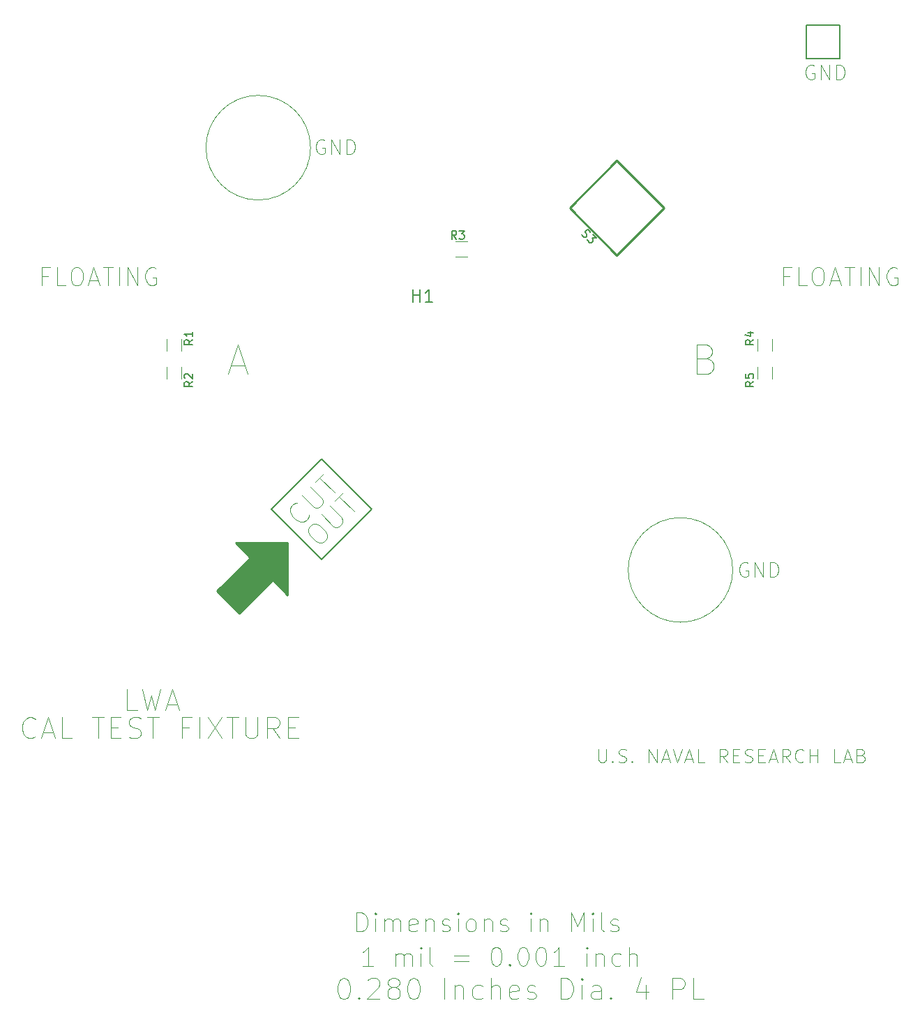
<source format=gbr>
G04 #@! TF.GenerationSoftware,KiCad,Pcbnew,6.0.4-6f826c9f35~116~ubuntu20.04.1*
G04 #@! TF.CreationDate,2022-04-29T13:31:38-04:00*
G04 #@! TF.ProjectId,LWA Cal Test 2022,4c574120-4361-46c2-9054-657374203230,1.3*
G04 #@! TF.SameCoordinates,Original*
G04 #@! TF.FileFunction,Legend,Top*
G04 #@! TF.FilePolarity,Positive*
%FSLAX46Y46*%
G04 Gerber Fmt 4.6, Leading zero omitted, Abs format (unit mm)*
G04 Created by KiCad (PCBNEW 6.0.4-6f826c9f35~116~ubuntu20.04.1) date 2022-04-29 13:31:38*
%MOMM*%
%LPD*%
G01*
G04 APERTURE LIST*
%ADD10C,0.150000*%
%ADD11C,0.254000*%
%ADD12C,0.100000*%
%ADD13C,0.120000*%
G04 APERTURE END LIST*
D10*
X64236600Y-124129800D02*
X70332600Y-118033800D01*
D11*
X105797960Y-81457800D02*
X100050600Y-87205160D01*
X60045600Y-128383980D02*
X60045600Y-122097800D01*
X55555470Y-123893850D02*
X51514360Y-127934970D01*
D10*
X58140600Y-118033800D02*
X64236600Y-111937800D01*
X70332600Y-118033800D02*
X64236600Y-111937800D01*
D12*
G36*
X59029600Y-125907800D02*
G01*
X58249550Y-126587930D01*
X55555470Y-123893850D01*
X56235600Y-123113800D01*
X59029600Y-125907800D01*
G37*
X59029600Y-125907800D02*
X58249550Y-126587930D01*
X55555470Y-123893850D01*
X56235600Y-123113800D01*
X59029600Y-125907800D01*
D10*
X58140600Y-118033800D02*
X64236600Y-124129800D01*
D11*
X60045600Y-128383980D02*
X58249550Y-126587930D01*
X105797960Y-81457800D02*
X100050600Y-75710440D01*
D12*
G36*
X60045600Y-128383980D02*
G01*
X58249550Y-126587930D01*
X59029600Y-125907800D01*
X56235600Y-123113800D01*
X55555470Y-123893850D01*
X53759420Y-122097800D01*
X60045600Y-122097800D01*
X60045600Y-128383980D01*
G37*
X60045600Y-128383980D02*
X58249550Y-126587930D01*
X59029600Y-125907800D01*
X56235600Y-123113800D01*
X55555470Y-123893850D01*
X53759420Y-122097800D01*
X60045600Y-122097800D01*
X60045600Y-128383980D01*
D11*
X100050600Y-87205160D02*
X94303240Y-81457800D01*
X100050600Y-75710440D02*
X94303240Y-81457800D01*
X58249550Y-126587930D02*
X54208430Y-130629040D01*
X55555470Y-123893850D02*
X53759420Y-122097800D01*
X54208430Y-130629040D02*
X51514360Y-127934970D01*
D12*
G36*
X58249550Y-126587930D02*
G01*
X54208430Y-130629040D01*
X51514360Y-127934970D01*
X55555470Y-123893850D01*
X58249550Y-126587930D01*
G37*
X58249550Y-126587930D02*
X54208430Y-130629040D01*
X51514360Y-127934970D01*
X55555470Y-123893850D01*
X58249550Y-126587930D01*
D11*
X60045600Y-122097800D02*
X53759420Y-122097800D01*
D12*
X53167933Y-100592466D02*
X54861266Y-100592466D01*
X52829266Y-101608466D02*
X54014600Y-98052466D01*
X55199933Y-101608466D01*
X123949266Y-64185800D02*
X123779933Y-64101133D01*
X123525933Y-64101133D01*
X123271933Y-64185800D01*
X123102600Y-64355133D01*
X123017933Y-64524466D01*
X122933266Y-64863133D01*
X122933266Y-65117133D01*
X123017933Y-65455800D01*
X123102600Y-65625133D01*
X123271933Y-65794466D01*
X123525933Y-65879133D01*
X123695266Y-65879133D01*
X123949266Y-65794466D01*
X124033933Y-65709800D01*
X124033933Y-65117133D01*
X123695266Y-65117133D01*
X124795933Y-65879133D02*
X124795933Y-64101133D01*
X125811933Y-65879133D01*
X125811933Y-64101133D01*
X126658600Y-65879133D02*
X126658600Y-64101133D01*
X127081933Y-64101133D01*
X127335933Y-64185800D01*
X127505266Y-64355133D01*
X127589933Y-64524466D01*
X127674600Y-64863133D01*
X127674600Y-65117133D01*
X127589933Y-65455800D01*
X127505266Y-65625133D01*
X127335933Y-65794466D01*
X127081933Y-65879133D01*
X126658600Y-65879133D01*
X64513266Y-73231172D02*
X64343933Y-73146505D01*
X64089933Y-73146505D01*
X63835933Y-73231172D01*
X63666600Y-73400505D01*
X63581933Y-73569838D01*
X63497266Y-73908505D01*
X63497266Y-74162505D01*
X63581933Y-74501172D01*
X63666600Y-74670505D01*
X63835933Y-74839838D01*
X64089933Y-74924505D01*
X64259266Y-74924505D01*
X64513266Y-74839838D01*
X64597933Y-74755172D01*
X64597933Y-74162505D01*
X64259266Y-74162505D01*
X65359933Y-74924505D02*
X65359933Y-73146505D01*
X66375933Y-74924505D01*
X66375933Y-73146505D01*
X67222600Y-74924505D02*
X67222600Y-73146505D01*
X67645933Y-73146505D01*
X67899933Y-73231172D01*
X68069266Y-73400505D01*
X68153933Y-73569838D01*
X68238600Y-73908505D01*
X68238600Y-74162505D01*
X68153933Y-74501172D01*
X68069266Y-74670505D01*
X67899933Y-74839838D01*
X67645933Y-74924505D01*
X67222600Y-74924505D01*
X110910600Y-99745800D02*
X111418600Y-99915133D01*
X111587933Y-100084466D01*
X111757266Y-100423133D01*
X111757266Y-100931133D01*
X111587933Y-101269800D01*
X111418600Y-101439133D01*
X111079933Y-101608466D01*
X109725266Y-101608466D01*
X109725266Y-98052466D01*
X110910600Y-98052466D01*
X111249266Y-98221800D01*
X111418600Y-98391133D01*
X111587933Y-98729800D01*
X111587933Y-99068466D01*
X111418600Y-99407133D01*
X111249266Y-99576466D01*
X110910600Y-99745800D01*
X109725266Y-99745800D01*
X29454257Y-145560142D02*
X29333305Y-145681095D01*
X28970448Y-145802047D01*
X28728543Y-145802047D01*
X28365686Y-145681095D01*
X28123781Y-145439190D01*
X28002829Y-145197285D01*
X27881876Y-144713476D01*
X27881876Y-144350619D01*
X28002829Y-143866809D01*
X28123781Y-143624904D01*
X28365686Y-143383000D01*
X28728543Y-143262047D01*
X28970448Y-143262047D01*
X29333305Y-143383000D01*
X29454257Y-143503952D01*
X30421876Y-145076333D02*
X31631400Y-145076333D01*
X30179972Y-145802047D02*
X31026638Y-143262047D01*
X31873305Y-145802047D01*
X33929496Y-145802047D02*
X32719972Y-145802047D01*
X32719972Y-143262047D01*
X36348543Y-143262047D02*
X37799972Y-143262047D01*
X37074257Y-145802047D02*
X37074257Y-143262047D01*
X38646638Y-144471571D02*
X39493305Y-144471571D01*
X39856162Y-145802047D02*
X38646638Y-145802047D01*
X38646638Y-143262047D01*
X39856162Y-143262047D01*
X40823781Y-145681095D02*
X41186638Y-145802047D01*
X41791400Y-145802047D01*
X42033305Y-145681095D01*
X42154257Y-145560142D01*
X42275210Y-145318238D01*
X42275210Y-145076333D01*
X42154257Y-144834428D01*
X42033305Y-144713476D01*
X41791400Y-144592523D01*
X41307591Y-144471571D01*
X41065686Y-144350619D01*
X40944734Y-144229666D01*
X40823781Y-143987761D01*
X40823781Y-143745857D01*
X40944734Y-143503952D01*
X41065686Y-143383000D01*
X41307591Y-143262047D01*
X41912353Y-143262047D01*
X42275210Y-143383000D01*
X43000924Y-143262047D02*
X44452353Y-143262047D01*
X43726638Y-145802047D02*
X43726638Y-143262047D01*
X48080924Y-144471571D02*
X47234257Y-144471571D01*
X47234257Y-145802047D02*
X47234257Y-143262047D01*
X48443781Y-143262047D01*
X49411400Y-145802047D02*
X49411400Y-143262047D01*
X50379019Y-143262047D02*
X52072353Y-145802047D01*
X52072353Y-143262047D02*
X50379019Y-145802047D01*
X52677115Y-143262047D02*
X54128543Y-143262047D01*
X53402829Y-145802047D02*
X53402829Y-143262047D01*
X54975210Y-143262047D02*
X54975210Y-145318238D01*
X55096162Y-145560142D01*
X55217115Y-145681095D01*
X55459019Y-145802047D01*
X55942829Y-145802047D01*
X56184734Y-145681095D01*
X56305686Y-145560142D01*
X56426638Y-145318238D01*
X56426638Y-143262047D01*
X59087591Y-145802047D02*
X58240924Y-144592523D01*
X57636162Y-145802047D02*
X57636162Y-143262047D01*
X58603781Y-143262047D01*
X58845686Y-143383000D01*
X58966638Y-143503952D01*
X59087591Y-143745857D01*
X59087591Y-144108714D01*
X58966638Y-144350619D01*
X58845686Y-144471571D01*
X58603781Y-144592523D01*
X57636162Y-144592523D01*
X60176162Y-144471571D02*
X61022829Y-144471571D01*
X61385686Y-145802047D02*
X60176162Y-145802047D01*
X60176162Y-143262047D01*
X61385686Y-143262047D01*
X115948266Y-124482428D02*
X115778933Y-124397761D01*
X115524933Y-124397761D01*
X115270933Y-124482428D01*
X115101600Y-124651761D01*
X115016933Y-124821094D01*
X114932266Y-125159761D01*
X114932266Y-125413761D01*
X115016933Y-125752428D01*
X115101600Y-125921761D01*
X115270933Y-126091094D01*
X115524933Y-126175761D01*
X115694266Y-126175761D01*
X115948266Y-126091094D01*
X116032933Y-126006428D01*
X116032933Y-125413761D01*
X115694266Y-125413761D01*
X116794933Y-126175761D02*
X116794933Y-124397761D01*
X117810933Y-126175761D01*
X117810933Y-124397761D01*
X118657600Y-126175761D02*
X118657600Y-124397761D01*
X119080933Y-124397761D01*
X119334933Y-124482428D01*
X119504266Y-124651761D01*
X119588933Y-124821094D01*
X119673600Y-125159761D01*
X119673600Y-125413761D01*
X119588933Y-125752428D01*
X119504266Y-125921761D01*
X119334933Y-126091094D01*
X119080933Y-126175761D01*
X118657600Y-126175761D01*
X62694955Y-118699338D02*
X62694955Y-118870391D01*
X62523902Y-119212496D01*
X62352850Y-119383548D01*
X62010745Y-119554601D01*
X61668640Y-119554601D01*
X61412061Y-119469074D01*
X60984430Y-119212496D01*
X60727851Y-118955917D01*
X60471272Y-118528286D01*
X60385746Y-118271707D01*
X60385746Y-117929602D01*
X60556798Y-117587497D01*
X60727851Y-117416444D01*
X61069956Y-117245392D01*
X61241008Y-117245392D01*
X61839692Y-116304603D02*
X63293638Y-117758549D01*
X63550217Y-117844076D01*
X63721270Y-117844076D01*
X63977848Y-117758549D01*
X64319953Y-117416444D01*
X64405480Y-117159866D01*
X64405480Y-116988813D01*
X64319953Y-116732234D01*
X62866007Y-115278288D01*
X63464691Y-114679605D02*
X64491006Y-113653290D01*
X65773899Y-115962498D02*
X63977848Y-114166447D01*
X68478085Y-169258342D02*
X68478085Y-166972342D01*
X69022371Y-166972342D01*
X69348942Y-167081200D01*
X69566657Y-167298914D01*
X69675514Y-167516628D01*
X69784371Y-167952057D01*
X69784371Y-168278628D01*
X69675514Y-168714057D01*
X69566657Y-168931771D01*
X69348942Y-169149485D01*
X69022371Y-169258342D01*
X68478085Y-169258342D01*
X70764085Y-169258342D02*
X70764085Y-167734342D01*
X70764085Y-166972342D02*
X70655228Y-167081200D01*
X70764085Y-167190057D01*
X70872942Y-167081200D01*
X70764085Y-166972342D01*
X70764085Y-167190057D01*
X71852657Y-169258342D02*
X71852657Y-167734342D01*
X71852657Y-167952057D02*
X71961514Y-167843200D01*
X72179228Y-167734342D01*
X72505800Y-167734342D01*
X72723514Y-167843200D01*
X72832371Y-168060914D01*
X72832371Y-169258342D01*
X72832371Y-168060914D02*
X72941228Y-167843200D01*
X73158942Y-167734342D01*
X73485514Y-167734342D01*
X73703228Y-167843200D01*
X73812085Y-168060914D01*
X73812085Y-169258342D01*
X75771514Y-169149485D02*
X75553800Y-169258342D01*
X75118371Y-169258342D01*
X74900657Y-169149485D01*
X74791800Y-168931771D01*
X74791800Y-168060914D01*
X74900657Y-167843200D01*
X75118371Y-167734342D01*
X75553800Y-167734342D01*
X75771514Y-167843200D01*
X75880371Y-168060914D01*
X75880371Y-168278628D01*
X74791800Y-168496342D01*
X76860085Y-167734342D02*
X76860085Y-169258342D01*
X76860085Y-167952057D02*
X76968942Y-167843200D01*
X77186657Y-167734342D01*
X77513228Y-167734342D01*
X77730942Y-167843200D01*
X77839800Y-168060914D01*
X77839800Y-169258342D01*
X78819514Y-169149485D02*
X79037228Y-169258342D01*
X79472657Y-169258342D01*
X79690371Y-169149485D01*
X79799228Y-168931771D01*
X79799228Y-168822914D01*
X79690371Y-168605200D01*
X79472657Y-168496342D01*
X79146085Y-168496342D01*
X78928371Y-168387485D01*
X78819514Y-168169771D01*
X78819514Y-168060914D01*
X78928371Y-167843200D01*
X79146085Y-167734342D01*
X79472657Y-167734342D01*
X79690371Y-167843200D01*
X80778942Y-169258342D02*
X80778942Y-167734342D01*
X80778942Y-166972342D02*
X80670085Y-167081200D01*
X80778942Y-167190057D01*
X80887800Y-167081200D01*
X80778942Y-166972342D01*
X80778942Y-167190057D01*
X82194085Y-169258342D02*
X81976371Y-169149485D01*
X81867514Y-169040628D01*
X81758657Y-168822914D01*
X81758657Y-168169771D01*
X81867514Y-167952057D01*
X81976371Y-167843200D01*
X82194085Y-167734342D01*
X82520657Y-167734342D01*
X82738371Y-167843200D01*
X82847228Y-167952057D01*
X82956085Y-168169771D01*
X82956085Y-168822914D01*
X82847228Y-169040628D01*
X82738371Y-169149485D01*
X82520657Y-169258342D01*
X82194085Y-169258342D01*
X83935800Y-167734342D02*
X83935800Y-169258342D01*
X83935800Y-167952057D02*
X84044657Y-167843200D01*
X84262371Y-167734342D01*
X84588942Y-167734342D01*
X84806657Y-167843200D01*
X84915514Y-168060914D01*
X84915514Y-169258342D01*
X85895228Y-169149485D02*
X86112942Y-169258342D01*
X86548371Y-169258342D01*
X86766085Y-169149485D01*
X86874942Y-168931771D01*
X86874942Y-168822914D01*
X86766085Y-168605200D01*
X86548371Y-168496342D01*
X86221800Y-168496342D01*
X86004085Y-168387485D01*
X85895228Y-168169771D01*
X85895228Y-168060914D01*
X86004085Y-167843200D01*
X86221800Y-167734342D01*
X86548371Y-167734342D01*
X86766085Y-167843200D01*
X89596371Y-169258342D02*
X89596371Y-167734342D01*
X89596371Y-166972342D02*
X89487514Y-167081200D01*
X89596371Y-167190057D01*
X89705228Y-167081200D01*
X89596371Y-166972342D01*
X89596371Y-167190057D01*
X90684942Y-167734342D02*
X90684942Y-169258342D01*
X90684942Y-167952057D02*
X90793800Y-167843200D01*
X91011514Y-167734342D01*
X91338085Y-167734342D01*
X91555800Y-167843200D01*
X91664657Y-168060914D01*
X91664657Y-169258342D01*
X94494942Y-169258342D02*
X94494942Y-166972342D01*
X95256942Y-168605200D01*
X96018942Y-166972342D01*
X96018942Y-169258342D01*
X97107514Y-169258342D02*
X97107514Y-167734342D01*
X97107514Y-166972342D02*
X96998657Y-167081200D01*
X97107514Y-167190057D01*
X97216371Y-167081200D01*
X97107514Y-166972342D01*
X97107514Y-167190057D01*
X98522657Y-169258342D02*
X98304942Y-169149485D01*
X98196085Y-168931771D01*
X98196085Y-166972342D01*
X99284657Y-169149485D02*
X99502371Y-169258342D01*
X99937800Y-169258342D01*
X100155514Y-169149485D01*
X100264371Y-168931771D01*
X100264371Y-168822914D01*
X100155514Y-168605200D01*
X99937800Y-168496342D01*
X99611228Y-168496342D01*
X99393514Y-168387485D01*
X99284657Y-168169771D01*
X99284657Y-168060914D01*
X99393514Y-167843200D01*
X99611228Y-167734342D01*
X99937800Y-167734342D01*
X100155514Y-167843200D01*
X70488314Y-173423942D02*
X69182028Y-173423942D01*
X69835171Y-173423942D02*
X69835171Y-171137942D01*
X69617457Y-171464514D01*
X69399742Y-171682228D01*
X69182028Y-171791085D01*
X73209742Y-173423942D02*
X73209742Y-171899942D01*
X73209742Y-172117657D02*
X73318600Y-172008800D01*
X73536314Y-171899942D01*
X73862885Y-171899942D01*
X74080600Y-172008800D01*
X74189457Y-172226514D01*
X74189457Y-173423942D01*
X74189457Y-172226514D02*
X74298314Y-172008800D01*
X74516028Y-171899942D01*
X74842600Y-171899942D01*
X75060314Y-172008800D01*
X75169171Y-172226514D01*
X75169171Y-173423942D01*
X76257742Y-173423942D02*
X76257742Y-171899942D01*
X76257742Y-171137942D02*
X76148885Y-171246800D01*
X76257742Y-171355657D01*
X76366600Y-171246800D01*
X76257742Y-171137942D01*
X76257742Y-171355657D01*
X77672885Y-173423942D02*
X77455171Y-173315085D01*
X77346314Y-173097371D01*
X77346314Y-171137942D01*
X80285457Y-172226514D02*
X82027171Y-172226514D01*
X82027171Y-172879657D02*
X80285457Y-172879657D01*
X85292885Y-171137942D02*
X85510600Y-171137942D01*
X85728314Y-171246800D01*
X85837171Y-171355657D01*
X85946028Y-171573371D01*
X86054885Y-172008800D01*
X86054885Y-172553085D01*
X85946028Y-172988514D01*
X85837171Y-173206228D01*
X85728314Y-173315085D01*
X85510600Y-173423942D01*
X85292885Y-173423942D01*
X85075171Y-173315085D01*
X84966314Y-173206228D01*
X84857457Y-172988514D01*
X84748600Y-172553085D01*
X84748600Y-172008800D01*
X84857457Y-171573371D01*
X84966314Y-171355657D01*
X85075171Y-171246800D01*
X85292885Y-171137942D01*
X87034600Y-173206228D02*
X87143457Y-173315085D01*
X87034600Y-173423942D01*
X86925742Y-173315085D01*
X87034600Y-173206228D01*
X87034600Y-173423942D01*
X88558600Y-171137942D02*
X88776314Y-171137942D01*
X88994028Y-171246800D01*
X89102885Y-171355657D01*
X89211742Y-171573371D01*
X89320600Y-172008800D01*
X89320600Y-172553085D01*
X89211742Y-172988514D01*
X89102885Y-173206228D01*
X88994028Y-173315085D01*
X88776314Y-173423942D01*
X88558600Y-173423942D01*
X88340885Y-173315085D01*
X88232028Y-173206228D01*
X88123171Y-172988514D01*
X88014314Y-172553085D01*
X88014314Y-172008800D01*
X88123171Y-171573371D01*
X88232028Y-171355657D01*
X88340885Y-171246800D01*
X88558600Y-171137942D01*
X90735742Y-171137942D02*
X90953457Y-171137942D01*
X91171171Y-171246800D01*
X91280028Y-171355657D01*
X91388885Y-171573371D01*
X91497742Y-172008800D01*
X91497742Y-172553085D01*
X91388885Y-172988514D01*
X91280028Y-173206228D01*
X91171171Y-173315085D01*
X90953457Y-173423942D01*
X90735742Y-173423942D01*
X90518028Y-173315085D01*
X90409171Y-173206228D01*
X90300314Y-172988514D01*
X90191457Y-172553085D01*
X90191457Y-172008800D01*
X90300314Y-171573371D01*
X90409171Y-171355657D01*
X90518028Y-171246800D01*
X90735742Y-171137942D01*
X93674885Y-173423942D02*
X92368600Y-173423942D01*
X93021742Y-173423942D02*
X93021742Y-171137942D01*
X92804028Y-171464514D01*
X92586314Y-171682228D01*
X92368600Y-171791085D01*
X96396314Y-173423942D02*
X96396314Y-171899942D01*
X96396314Y-171137942D02*
X96287457Y-171246800D01*
X96396314Y-171355657D01*
X96505171Y-171246800D01*
X96396314Y-171137942D01*
X96396314Y-171355657D01*
X97484885Y-171899942D02*
X97484885Y-173423942D01*
X97484885Y-172117657D02*
X97593742Y-172008800D01*
X97811457Y-171899942D01*
X98138028Y-171899942D01*
X98355742Y-172008800D01*
X98464600Y-172226514D01*
X98464600Y-173423942D01*
X100532885Y-173315085D02*
X100315171Y-173423942D01*
X99879742Y-173423942D01*
X99662028Y-173315085D01*
X99553171Y-173206228D01*
X99444314Y-172988514D01*
X99444314Y-172335371D01*
X99553171Y-172117657D01*
X99662028Y-172008800D01*
X99879742Y-171899942D01*
X100315171Y-171899942D01*
X100532885Y-172008800D01*
X101512600Y-173423942D02*
X101512600Y-171137942D01*
X102492314Y-173423942D02*
X102492314Y-172226514D01*
X102383457Y-172008800D01*
X102165742Y-171899942D01*
X101839171Y-171899942D01*
X101621457Y-172008800D01*
X101512600Y-172117657D01*
X41831695Y-142423847D02*
X40622171Y-142423847D01*
X40622171Y-139883847D01*
X42436457Y-139883847D02*
X43041219Y-142423847D01*
X43525028Y-140609561D01*
X44008838Y-142423847D01*
X44613600Y-139883847D01*
X45460266Y-141698133D02*
X46669790Y-141698133D01*
X45218361Y-142423847D02*
X46065028Y-139883847D01*
X46911695Y-142423847D01*
X62671746Y-120171549D02*
X63013851Y-119829444D01*
X63270430Y-119743918D01*
X63612535Y-119743918D01*
X64040166Y-120000497D01*
X64638850Y-120599181D01*
X64895428Y-121026812D01*
X64895428Y-121368917D01*
X64809902Y-121625496D01*
X64467797Y-121967601D01*
X64211218Y-122053127D01*
X63869113Y-122053127D01*
X63441482Y-121796548D01*
X62842798Y-121197864D01*
X62586220Y-120770233D01*
X62586220Y-120428128D01*
X62671746Y-120171549D01*
X64211218Y-118632077D02*
X65665165Y-120086023D01*
X65921743Y-120171549D01*
X66092796Y-120171549D01*
X66349375Y-120086023D01*
X66691480Y-119743918D01*
X66777006Y-119487339D01*
X66777006Y-119316287D01*
X66691480Y-119059708D01*
X65237533Y-117605762D01*
X65836217Y-117007078D02*
X66862532Y-115980763D01*
X68145426Y-118289972D02*
X66349375Y-116493921D01*
X66787171Y-174935847D02*
X67029076Y-174935847D01*
X67270980Y-175056800D01*
X67391933Y-175177752D01*
X67512885Y-175419657D01*
X67633838Y-175903466D01*
X67633838Y-176508228D01*
X67512885Y-176992038D01*
X67391933Y-177233942D01*
X67270980Y-177354895D01*
X67029076Y-177475847D01*
X66787171Y-177475847D01*
X66545266Y-177354895D01*
X66424314Y-177233942D01*
X66303361Y-176992038D01*
X66182409Y-176508228D01*
X66182409Y-175903466D01*
X66303361Y-175419657D01*
X66424314Y-175177752D01*
X66545266Y-175056800D01*
X66787171Y-174935847D01*
X68722409Y-177233942D02*
X68843361Y-177354895D01*
X68722409Y-177475847D01*
X68601457Y-177354895D01*
X68722409Y-177233942D01*
X68722409Y-177475847D01*
X69810980Y-175177752D02*
X69931933Y-175056800D01*
X70173838Y-174935847D01*
X70778600Y-174935847D01*
X71020504Y-175056800D01*
X71141457Y-175177752D01*
X71262409Y-175419657D01*
X71262409Y-175661561D01*
X71141457Y-176024419D01*
X69690028Y-177475847D01*
X71262409Y-177475847D01*
X72713838Y-176024419D02*
X72471933Y-175903466D01*
X72350980Y-175782514D01*
X72230028Y-175540609D01*
X72230028Y-175419657D01*
X72350980Y-175177752D01*
X72471933Y-175056800D01*
X72713838Y-174935847D01*
X73197647Y-174935847D01*
X73439552Y-175056800D01*
X73560504Y-175177752D01*
X73681457Y-175419657D01*
X73681457Y-175540609D01*
X73560504Y-175782514D01*
X73439552Y-175903466D01*
X73197647Y-176024419D01*
X72713838Y-176024419D01*
X72471933Y-176145371D01*
X72350980Y-176266323D01*
X72230028Y-176508228D01*
X72230028Y-176992038D01*
X72350980Y-177233942D01*
X72471933Y-177354895D01*
X72713838Y-177475847D01*
X73197647Y-177475847D01*
X73439552Y-177354895D01*
X73560504Y-177233942D01*
X73681457Y-176992038D01*
X73681457Y-176508228D01*
X73560504Y-176266323D01*
X73439552Y-176145371D01*
X73197647Y-176024419D01*
X75253838Y-174935847D02*
X75495742Y-174935847D01*
X75737647Y-175056800D01*
X75858600Y-175177752D01*
X75979552Y-175419657D01*
X76100504Y-175903466D01*
X76100504Y-176508228D01*
X75979552Y-176992038D01*
X75858600Y-177233942D01*
X75737647Y-177354895D01*
X75495742Y-177475847D01*
X75253838Y-177475847D01*
X75011933Y-177354895D01*
X74890980Y-177233942D01*
X74770028Y-176992038D01*
X74649076Y-176508228D01*
X74649076Y-175903466D01*
X74770028Y-175419657D01*
X74890980Y-175177752D01*
X75011933Y-175056800D01*
X75253838Y-174935847D01*
X79124314Y-177475847D02*
X79124314Y-174935847D01*
X80333838Y-175782514D02*
X80333838Y-177475847D01*
X80333838Y-176024419D02*
X80454790Y-175903466D01*
X80696695Y-175782514D01*
X81059552Y-175782514D01*
X81301457Y-175903466D01*
X81422409Y-176145371D01*
X81422409Y-177475847D01*
X83720504Y-177354895D02*
X83478600Y-177475847D01*
X82994790Y-177475847D01*
X82752885Y-177354895D01*
X82631933Y-177233942D01*
X82510980Y-176992038D01*
X82510980Y-176266323D01*
X82631933Y-176024419D01*
X82752885Y-175903466D01*
X82994790Y-175782514D01*
X83478600Y-175782514D01*
X83720504Y-175903466D01*
X84809076Y-177475847D02*
X84809076Y-174935847D01*
X85897647Y-177475847D02*
X85897647Y-176145371D01*
X85776695Y-175903466D01*
X85534790Y-175782514D01*
X85171933Y-175782514D01*
X84930028Y-175903466D01*
X84809076Y-176024419D01*
X88074790Y-177354895D02*
X87832885Y-177475847D01*
X87349076Y-177475847D01*
X87107171Y-177354895D01*
X86986219Y-177112990D01*
X86986219Y-176145371D01*
X87107171Y-175903466D01*
X87349076Y-175782514D01*
X87832885Y-175782514D01*
X88074790Y-175903466D01*
X88195742Y-176145371D01*
X88195742Y-176387276D01*
X86986219Y-176629180D01*
X89163361Y-177354895D02*
X89405266Y-177475847D01*
X89889076Y-177475847D01*
X90130980Y-177354895D01*
X90251933Y-177112990D01*
X90251933Y-176992038D01*
X90130980Y-176750133D01*
X89889076Y-176629180D01*
X89526219Y-176629180D01*
X89284314Y-176508228D01*
X89163361Y-176266323D01*
X89163361Y-176145371D01*
X89284314Y-175903466D01*
X89526219Y-175782514D01*
X89889076Y-175782514D01*
X90130980Y-175903466D01*
X93275742Y-177475847D02*
X93275742Y-174935847D01*
X93880504Y-174935847D01*
X94243361Y-175056800D01*
X94485266Y-175298704D01*
X94606219Y-175540609D01*
X94727171Y-176024419D01*
X94727171Y-176387276D01*
X94606219Y-176871085D01*
X94485266Y-177112990D01*
X94243361Y-177354895D01*
X93880504Y-177475847D01*
X93275742Y-177475847D01*
X95815742Y-177475847D02*
X95815742Y-175782514D01*
X95815742Y-174935847D02*
X95694790Y-175056800D01*
X95815742Y-175177752D01*
X95936695Y-175056800D01*
X95815742Y-174935847D01*
X95815742Y-175177752D01*
X98113838Y-177475847D02*
X98113838Y-176145371D01*
X97992885Y-175903466D01*
X97750980Y-175782514D01*
X97267171Y-175782514D01*
X97025266Y-175903466D01*
X98113838Y-177354895D02*
X97871933Y-177475847D01*
X97267171Y-177475847D01*
X97025266Y-177354895D01*
X96904314Y-177112990D01*
X96904314Y-176871085D01*
X97025266Y-176629180D01*
X97267171Y-176508228D01*
X97871933Y-176508228D01*
X98113838Y-176387276D01*
X99323361Y-177233942D02*
X99444314Y-177354895D01*
X99323361Y-177475847D01*
X99202409Y-177354895D01*
X99323361Y-177233942D01*
X99323361Y-177475847D01*
X103556695Y-175782514D02*
X103556695Y-177475847D01*
X102951933Y-174814895D02*
X102347171Y-176629180D01*
X103919552Y-176629180D01*
X106822409Y-177475847D02*
X106822409Y-174935847D01*
X107790028Y-174935847D01*
X108031933Y-175056800D01*
X108152885Y-175177752D01*
X108273838Y-175419657D01*
X108273838Y-175782514D01*
X108152885Y-176024419D01*
X108031933Y-176145371D01*
X107790028Y-176266323D01*
X106822409Y-176266323D01*
X110571933Y-177475847D02*
X109362409Y-177475847D01*
X109362409Y-174935847D01*
X30990019Y-89685585D02*
X30270352Y-89685585D01*
X30270352Y-90816490D02*
X30270352Y-88657490D01*
X31298447Y-88657490D01*
X33149019Y-90816490D02*
X32120924Y-90816490D01*
X32120924Y-88657490D01*
X34279924Y-88657490D02*
X34691162Y-88657490D01*
X34896781Y-88760300D01*
X35102400Y-88965919D01*
X35205209Y-89377157D01*
X35205209Y-90096823D01*
X35102400Y-90508061D01*
X34896781Y-90713680D01*
X34691162Y-90816490D01*
X34279924Y-90816490D01*
X34074305Y-90713680D01*
X33868685Y-90508061D01*
X33765876Y-90096823D01*
X33765876Y-89377157D01*
X33868685Y-88965919D01*
X34074305Y-88760300D01*
X34279924Y-88657490D01*
X36027685Y-90199633D02*
X37055781Y-90199633D01*
X35822066Y-90816490D02*
X36541733Y-88657490D01*
X37261400Y-90816490D01*
X37672638Y-88657490D02*
X38906352Y-88657490D01*
X38289495Y-90816490D02*
X38289495Y-88657490D01*
X39626019Y-90816490D02*
X39626019Y-88657490D01*
X40654114Y-90816490D02*
X40654114Y-88657490D01*
X41887828Y-90816490D01*
X41887828Y-88657490D01*
X44046828Y-88760300D02*
X43841209Y-88657490D01*
X43532781Y-88657490D01*
X43224352Y-88760300D01*
X43018733Y-88965919D01*
X42915924Y-89171538D01*
X42813114Y-89582776D01*
X42813114Y-89891204D01*
X42915924Y-90302442D01*
X43018733Y-90508061D01*
X43224352Y-90713680D01*
X43532781Y-90816490D01*
X43738400Y-90816490D01*
X44046828Y-90713680D01*
X44149638Y-90610871D01*
X44149638Y-89891204D01*
X43738400Y-89891204D01*
X97811695Y-147101680D02*
X97811695Y-148438204D01*
X97890314Y-148595442D01*
X97968933Y-148674061D01*
X98126171Y-148752680D01*
X98440647Y-148752680D01*
X98597885Y-148674061D01*
X98676504Y-148595442D01*
X98755123Y-148438204D01*
X98755123Y-147101680D01*
X99541314Y-148595442D02*
X99619933Y-148674061D01*
X99541314Y-148752680D01*
X99462695Y-148674061D01*
X99541314Y-148595442D01*
X99541314Y-148752680D01*
X100248885Y-148674061D02*
X100484742Y-148752680D01*
X100877838Y-148752680D01*
X101035076Y-148674061D01*
X101113695Y-148595442D01*
X101192314Y-148438204D01*
X101192314Y-148280966D01*
X101113695Y-148123728D01*
X101035076Y-148045109D01*
X100877838Y-147966490D01*
X100563361Y-147887871D01*
X100406123Y-147809252D01*
X100327504Y-147730633D01*
X100248885Y-147573395D01*
X100248885Y-147416157D01*
X100327504Y-147258919D01*
X100406123Y-147180300D01*
X100563361Y-147101680D01*
X100956457Y-147101680D01*
X101192314Y-147180300D01*
X101899885Y-148595442D02*
X101978504Y-148674061D01*
X101899885Y-148752680D01*
X101821266Y-148674061D01*
X101899885Y-148595442D01*
X101899885Y-148752680D01*
X103943980Y-148752680D02*
X103943980Y-147101680D01*
X104887409Y-148752680D01*
X104887409Y-147101680D01*
X105594980Y-148280966D02*
X106381171Y-148280966D01*
X105437742Y-148752680D02*
X105988076Y-147101680D01*
X106538409Y-148752680D01*
X106852885Y-147101680D02*
X107403219Y-148752680D01*
X107953552Y-147101680D01*
X108425266Y-148280966D02*
X109211457Y-148280966D01*
X108268028Y-148752680D02*
X108818361Y-147101680D01*
X109368695Y-148752680D01*
X110705219Y-148752680D02*
X109919028Y-148752680D01*
X109919028Y-147101680D01*
X113456885Y-148752680D02*
X112906552Y-147966490D01*
X112513457Y-148752680D02*
X112513457Y-147101680D01*
X113142409Y-147101680D01*
X113299647Y-147180300D01*
X113378266Y-147258919D01*
X113456885Y-147416157D01*
X113456885Y-147652014D01*
X113378266Y-147809252D01*
X113299647Y-147887871D01*
X113142409Y-147966490D01*
X112513457Y-147966490D01*
X114164457Y-147887871D02*
X114714790Y-147887871D01*
X114950647Y-148752680D02*
X114164457Y-148752680D01*
X114164457Y-147101680D01*
X114950647Y-147101680D01*
X115579600Y-148674061D02*
X115815457Y-148752680D01*
X116208552Y-148752680D01*
X116365790Y-148674061D01*
X116444409Y-148595442D01*
X116523028Y-148438204D01*
X116523028Y-148280966D01*
X116444409Y-148123728D01*
X116365790Y-148045109D01*
X116208552Y-147966490D01*
X115894076Y-147887871D01*
X115736838Y-147809252D01*
X115658219Y-147730633D01*
X115579600Y-147573395D01*
X115579600Y-147416157D01*
X115658219Y-147258919D01*
X115736838Y-147180300D01*
X115894076Y-147101680D01*
X116287171Y-147101680D01*
X116523028Y-147180300D01*
X117230600Y-147887871D02*
X117780933Y-147887871D01*
X118016790Y-148752680D02*
X117230600Y-148752680D01*
X117230600Y-147101680D01*
X118016790Y-147101680D01*
X118645742Y-148280966D02*
X119431933Y-148280966D01*
X118488504Y-148752680D02*
X119038838Y-147101680D01*
X119589171Y-148752680D01*
X121082933Y-148752680D02*
X120532600Y-147966490D01*
X120139504Y-148752680D02*
X120139504Y-147101680D01*
X120768457Y-147101680D01*
X120925695Y-147180300D01*
X121004314Y-147258919D01*
X121082933Y-147416157D01*
X121082933Y-147652014D01*
X121004314Y-147809252D01*
X120925695Y-147887871D01*
X120768457Y-147966490D01*
X120139504Y-147966490D01*
X122733933Y-148595442D02*
X122655314Y-148674061D01*
X122419457Y-148752680D01*
X122262219Y-148752680D01*
X122026361Y-148674061D01*
X121869123Y-148516823D01*
X121790504Y-148359585D01*
X121711885Y-148045109D01*
X121711885Y-147809252D01*
X121790504Y-147494776D01*
X121869123Y-147337538D01*
X122026361Y-147180300D01*
X122262219Y-147101680D01*
X122419457Y-147101680D01*
X122655314Y-147180300D01*
X122733933Y-147258919D01*
X123441504Y-148752680D02*
X123441504Y-147101680D01*
X123441504Y-147887871D02*
X124384933Y-147887871D01*
X124384933Y-148752680D02*
X124384933Y-147101680D01*
X127215219Y-148752680D02*
X126429028Y-148752680D01*
X126429028Y-147101680D01*
X127686933Y-148280966D02*
X128473123Y-148280966D01*
X127529695Y-148752680D02*
X128080028Y-147101680D01*
X128630361Y-148752680D01*
X129731028Y-147887871D02*
X129966885Y-147966490D01*
X130045504Y-148045109D01*
X130124123Y-148202347D01*
X130124123Y-148438204D01*
X130045504Y-148595442D01*
X129966885Y-148674061D01*
X129809647Y-148752680D01*
X129180695Y-148752680D01*
X129180695Y-147101680D01*
X129731028Y-147101680D01*
X129888266Y-147180300D01*
X129966885Y-147258919D01*
X130045504Y-147416157D01*
X130045504Y-147573395D01*
X129966885Y-147730633D01*
X129888266Y-147809252D01*
X129731028Y-147887871D01*
X129180695Y-147887871D01*
X120990042Y-89685585D02*
X120270375Y-89685585D01*
X120270375Y-90816490D02*
X120270375Y-88657490D01*
X121298470Y-88657490D01*
X123149042Y-90816490D02*
X122120947Y-90816490D01*
X122120947Y-88657490D01*
X124279947Y-88657490D02*
X124691185Y-88657490D01*
X124896804Y-88760300D01*
X125102423Y-88965919D01*
X125205232Y-89377157D01*
X125205232Y-90096823D01*
X125102423Y-90508061D01*
X124896804Y-90713680D01*
X124691185Y-90816490D01*
X124279947Y-90816490D01*
X124074328Y-90713680D01*
X123868708Y-90508061D01*
X123765899Y-90096823D01*
X123765899Y-89377157D01*
X123868708Y-88965919D01*
X124074328Y-88760300D01*
X124279947Y-88657490D01*
X126027708Y-90199633D02*
X127055804Y-90199633D01*
X125822089Y-90816490D02*
X126541756Y-88657490D01*
X127261423Y-90816490D01*
X127672661Y-88657490D02*
X128906375Y-88657490D01*
X128289518Y-90816490D02*
X128289518Y-88657490D01*
X129626042Y-90816490D02*
X129626042Y-88657490D01*
X130654137Y-90816490D02*
X130654137Y-88657490D01*
X131887851Y-90816490D01*
X131887851Y-88657490D01*
X134046851Y-88760300D02*
X133841232Y-88657490D01*
X133532804Y-88657490D01*
X133224375Y-88760300D01*
X133018756Y-88965919D01*
X132915947Y-89171538D01*
X132813137Y-89582776D01*
X132813137Y-89891204D01*
X132915947Y-90302442D01*
X133018756Y-90508061D01*
X133224375Y-90713680D01*
X133532804Y-90816490D01*
X133738423Y-90816490D01*
X134046851Y-90713680D01*
X134149661Y-90610871D01*
X134149661Y-89891204D01*
X133738423Y-89891204D01*
D10*
G04 #@! TO.C,H1*
X75267457Y-92815228D02*
X75267457Y-91291228D01*
X75267457Y-92016942D02*
X76138314Y-92016942D01*
X76138314Y-92815228D02*
X76138314Y-91291228D01*
X77662314Y-92815228D02*
X76791457Y-92815228D01*
X77226885Y-92815228D02*
X77226885Y-91291228D01*
X77081742Y-91508942D01*
X76936600Y-91654085D01*
X76791457Y-91726657D01*
G04 #@! TO.C,R1*
X48551192Y-97422666D02*
X48075002Y-97756000D01*
X48551192Y-97994095D02*
X47551192Y-97994095D01*
X47551192Y-97613142D01*
X47598812Y-97517904D01*
X47646431Y-97470285D01*
X47741669Y-97422666D01*
X47884526Y-97422666D01*
X47979764Y-97470285D01*
X48027383Y-97517904D01*
X48075002Y-97613142D01*
X48075002Y-97994095D01*
X48551192Y-96470285D02*
X48551192Y-97041714D01*
X48551192Y-96756000D02*
X47551192Y-96756000D01*
X47694050Y-96851238D01*
X47789288Y-96946476D01*
X47836907Y-97041714D01*
G04 #@! TO.C,R4*
X116640768Y-97422666D02*
X116164578Y-97756000D01*
X116640768Y-97994095D02*
X115640768Y-97994095D01*
X115640768Y-97613142D01*
X115688388Y-97517904D01*
X115736007Y-97470285D01*
X115831245Y-97422666D01*
X115974102Y-97422666D01*
X116069340Y-97470285D01*
X116116959Y-97517904D01*
X116164578Y-97613142D01*
X116164578Y-97994095D01*
X115974102Y-96565523D02*
X116640768Y-96565523D01*
X115593149Y-96803619D02*
X116307435Y-97041714D01*
X116307435Y-96422666D01*
G04 #@! TO.C,R5*
X116640768Y-102505066D02*
X116164578Y-102838400D01*
X116640768Y-103076495D02*
X115640768Y-103076495D01*
X115640768Y-102695542D01*
X115688388Y-102600304D01*
X115736007Y-102552685D01*
X115831245Y-102505066D01*
X115974102Y-102505066D01*
X116069340Y-102552685D01*
X116116959Y-102600304D01*
X116164578Y-102695542D01*
X116164578Y-103076495D01*
X115640768Y-101600304D02*
X115640768Y-102076495D01*
X116116959Y-102124114D01*
X116069340Y-102076495D01*
X116021721Y-101981257D01*
X116021721Y-101743161D01*
X116069340Y-101647923D01*
X116116959Y-101600304D01*
X116212197Y-101552685D01*
X116450292Y-101552685D01*
X116545530Y-101600304D01*
X116593149Y-101647923D01*
X116640768Y-101743161D01*
X116640768Y-101981257D01*
X116593149Y-102076495D01*
X116545530Y-102124114D01*
G04 #@! TO.C,R2*
X48551180Y-102505066D02*
X48074990Y-102838400D01*
X48551180Y-103076495D02*
X47551180Y-103076495D01*
X47551180Y-102695542D01*
X47598800Y-102600304D01*
X47646419Y-102552685D01*
X47741657Y-102505066D01*
X47884514Y-102505066D01*
X47979752Y-102552685D01*
X48027371Y-102600304D01*
X48074990Y-102695542D01*
X48074990Y-103076495D01*
X47646419Y-102124114D02*
X47598800Y-102076495D01*
X47551180Y-101981257D01*
X47551180Y-101743161D01*
X47598800Y-101647923D01*
X47646419Y-101600304D01*
X47741657Y-101552685D01*
X47836895Y-101552685D01*
X47979752Y-101600304D01*
X48551180Y-102171733D01*
X48551180Y-101552685D01*
G04 #@! TO.C,R3*
X80579933Y-85212180D02*
X80246600Y-84735990D01*
X80008504Y-85212180D02*
X80008504Y-84212180D01*
X80389457Y-84212180D01*
X80484695Y-84259800D01*
X80532314Y-84307419D01*
X80579933Y-84402657D01*
X80579933Y-84545514D01*
X80532314Y-84640752D01*
X80484695Y-84688371D01*
X80389457Y-84735990D01*
X80008504Y-84735990D01*
X80913266Y-84212180D02*
X81532314Y-84212180D01*
X81198980Y-84593133D01*
X81341838Y-84593133D01*
X81437076Y-84640752D01*
X81484695Y-84688371D01*
X81532314Y-84783609D01*
X81532314Y-85021704D01*
X81484695Y-85116942D01*
X81437076Y-85164561D01*
X81341838Y-85212180D01*
X81056123Y-85212180D01*
X80960885Y-85164561D01*
X80913266Y-85116942D01*
G04 #@! TO.C,S3*
X95796642Y-84659661D02*
X95863985Y-84794348D01*
X96032344Y-84962707D01*
X96133359Y-84996379D01*
X96200703Y-84996379D01*
X96301718Y-84962707D01*
X96369061Y-84895364D01*
X96402733Y-84794348D01*
X96402733Y-84727005D01*
X96369061Y-84625990D01*
X96268046Y-84457631D01*
X96234374Y-84356616D01*
X96234374Y-84289272D01*
X96268046Y-84188257D01*
X96335390Y-84120913D01*
X96436405Y-84087242D01*
X96503748Y-84087242D01*
X96604764Y-84120913D01*
X96773122Y-84289272D01*
X96840466Y-84423959D01*
X97109840Y-84625990D02*
X97547573Y-85063722D01*
X97042496Y-85097394D01*
X97143512Y-85198409D01*
X97177183Y-85299425D01*
X97177183Y-85366768D01*
X97143512Y-85467783D01*
X96975153Y-85636142D01*
X96874138Y-85669814D01*
X96806794Y-85669814D01*
X96705779Y-85636142D01*
X96503748Y-85434112D01*
X96470077Y-85333096D01*
X96470077Y-85265753D01*
G04 #@! TO.C,TP2*
X123037600Y-63296800D02*
X123037600Y-59232800D01*
X127101600Y-63296800D02*
X123037600Y-63296800D01*
X123037600Y-59232800D02*
X127101600Y-59232800D01*
X127101600Y-59232800D02*
X127101600Y-63296800D01*
D13*
G04 #@! TO.C,MH1*
X114119228Y-125371428D02*
G75*
G03*
X114119228Y-125371428I-6350000J0D01*
G01*
G04 #@! TO.C,MH2*
X62867972Y-74120172D02*
G75*
G03*
X62867972Y-74120172I-6350000J0D01*
G01*
G04 #@! TO.C,R1*
X47188800Y-98795864D02*
X47188800Y-97341736D01*
X45368800Y-98795864D02*
X45368800Y-97341736D01*
G04 #@! TO.C,R4*
X118918400Y-98795864D02*
X118918400Y-97341736D01*
X117098400Y-98795864D02*
X117098400Y-97341736D01*
G04 #@! TO.C,R5*
X118918400Y-100695736D02*
X118918400Y-102149864D01*
X117098400Y-100695736D02*
X117098400Y-102149864D01*
G04 #@! TO.C,R2*
X47188800Y-100695736D02*
X47188800Y-102149864D01*
X45368800Y-100695736D02*
X45368800Y-102149864D01*
G04 #@! TO.C,R3*
X81880664Y-87320800D02*
X80426536Y-87320800D01*
X81880664Y-85500800D02*
X80426536Y-85500800D01*
G04 #@! TD*
M02*

</source>
